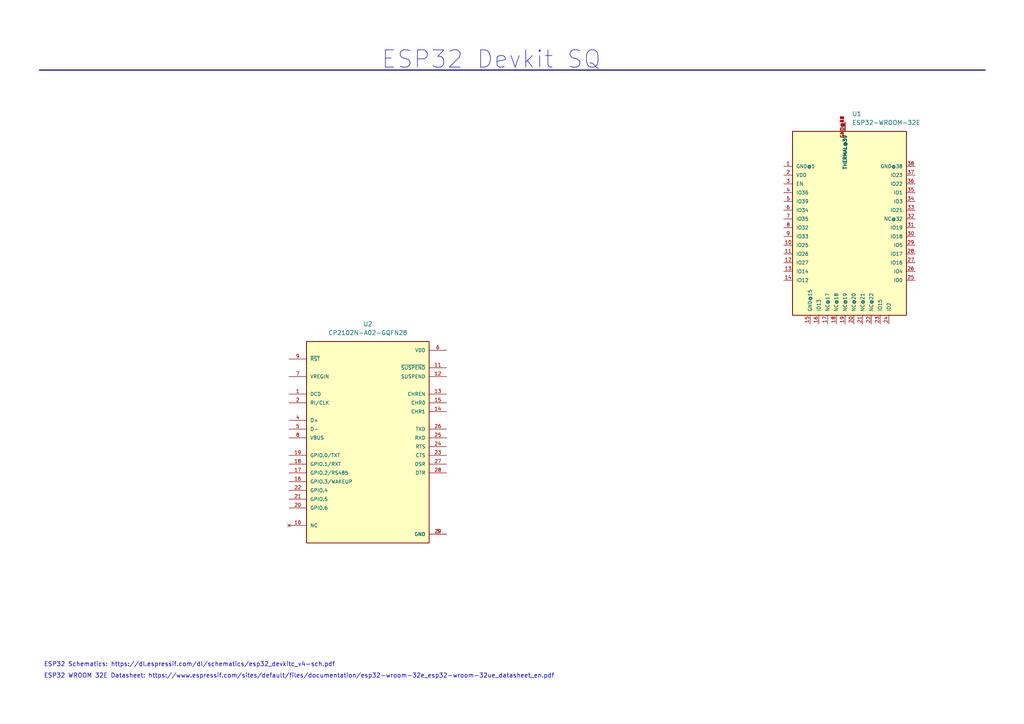
<source format=kicad_sch>
(kicad_sch (version 20230121) (generator eeschema)

  (uuid 0945c184-17a9-4f72-8a59-eb91578e0b77)

  (paper "A4")

  (lib_symbols
    (symbol "CP2102N-A02-GQFN28:CP2102N-A02-GQFN28" (pin_names (offset 1.016)) (in_bom yes) (on_board yes)
      (property "Reference" "U" (at -17.78 33.02 0)
        (effects (font (size 1.27 1.27)) (justify left bottom))
      )
      (property "Value" "CP2102N-A02-GQFN28" (at -17.78 -33.02 0)
        (effects (font (size 1.27 1.27)) (justify left bottom))
      )
      (property "Footprint" "CP2102N-A02-GQFN28:QFN50P500X500X80-29N" (at 0 0 0)
        (effects (font (size 1.27 1.27)) (justify bottom) hide)
      )
      (property "Datasheet" "" (at 0 0 0)
        (effects (font (size 1.27 1.27)) hide)
      )
      (property "MF" "Silicon Labs" (at 0 0 0)
        (effects (font (size 1.27 1.27)) (justify bottom) hide)
      )
      (property "MAXIMUM_PACKAGE_HEIGHT" "0.8 mm" (at 0 0 0)
        (effects (font (size 1.27 1.27)) (justify bottom) hide)
      )
      (property "Package" "WFQFN-28 Silicon Labs" (at 0 0 0)
        (effects (font (size 1.27 1.27)) (justify bottom) hide)
      )
      (property "Price" "None" (at 0 0 0)
        (effects (font (size 1.27 1.27)) (justify bottom) hide)
      )
      (property "Check_prices" "https://www.snapeda.com/parts/CP2102N-A02-GQFN28/Silicon+Labs/view-part/?ref=eda" (at 0 0 0)
        (effects (font (size 1.27 1.27)) (justify bottom) hide)
      )
      (property "STANDARD" "IPC 7351B" (at 0 0 0)
        (effects (font (size 1.27 1.27)) (justify bottom) hide)
      )
      (property "PARTREV" "1.5" (at 0 0 0)
        (effects (font (size 1.27 1.27)) (justify bottom) hide)
      )
      (property "SnapEDA_Link" "https://www.snapeda.com/parts/CP2102N-A02-GQFN28/Silicon+Labs/view-part/?ref=snap" (at 0 0 0)
        (effects (font (size 1.27 1.27)) (justify bottom) hide)
      )
      (property "MP" "CP2102N-A02-GQFN28" (at 0 0 0)
        (effects (font (size 1.27 1.27)) (justify bottom) hide)
      )
      (property "Purchase-URL" "https://www.snapeda.com/api/url_track_click_mouser/?unipart_id=4872321&manufacturer=Silicon Labs&part_name=CP2102N-A02-GQFN28&search_term=cp2102n" (at 0 0 0)
        (effects (font (size 1.27 1.27)) (justify bottom) hide)
      )
      (property "Description" "\nUSB Bridge, USB to UART USB 2.0 UART Interface 28-QFN (5x5)\n" (at 0 0 0)
        (effects (font (size 1.27 1.27)) (justify bottom) hide)
      )
      (property "Availability" "In Stock" (at 0 0 0)
        (effects (font (size 1.27 1.27)) (justify bottom) hide)
      )
      (property "MANUFACTURER" "Silicon Labs" (at 0 0 0)
        (effects (font (size 1.27 1.27)) (justify bottom) hide)
      )
      (symbol "CP2102N-A02-GQFN28_0_0"
        (rectangle (start -17.78 -27.94) (end 17.78 30.48)
          (stroke (width 0.254) (type default))
          (fill (type background))
        )
        (pin input line (at -22.86 15.24 0) (length 5.08)
          (name "DCD" (effects (font (size 1.016 1.016))))
          (number "1" (effects (font (size 1.016 1.016))))
        )
        (pin no_connect line (at -22.86 -22.86 0) (length 5.08)
          (name "NC" (effects (font (size 1.016 1.016))))
          (number "10" (effects (font (size 1.016 1.016))))
        )
        (pin output line (at 22.86 22.86 180) (length 5.08)
          (name "~{SUSPEND}" (effects (font (size 1.016 1.016))))
          (number "11" (effects (font (size 1.016 1.016))))
        )
        (pin output line (at 22.86 20.32 180) (length 5.08)
          (name "SUSPEND" (effects (font (size 1.016 1.016))))
          (number "12" (effects (font (size 1.016 1.016))))
        )
        (pin output line (at 22.86 15.24 180) (length 5.08)
          (name "CHREN" (effects (font (size 1.016 1.016))))
          (number "13" (effects (font (size 1.016 1.016))))
        )
        (pin output line (at 22.86 10.16 180) (length 5.08)
          (name "CHR1" (effects (font (size 1.016 1.016))))
          (number "14" (effects (font (size 1.016 1.016))))
        )
        (pin output line (at 22.86 12.7 180) (length 5.08)
          (name "CHR0" (effects (font (size 1.016 1.016))))
          (number "15" (effects (font (size 1.016 1.016))))
        )
        (pin bidirectional line (at -22.86 -10.16 0) (length 5.08)
          (name "GPIO.3/WAKEUP" (effects (font (size 1.016 1.016))))
          (number "16" (effects (font (size 1.016 1.016))))
        )
        (pin bidirectional line (at -22.86 -7.62 0) (length 5.08)
          (name "GPIO.2/RS485" (effects (font (size 1.016 1.016))))
          (number "17" (effects (font (size 1.016 1.016))))
        )
        (pin bidirectional line (at -22.86 -5.08 0) (length 5.08)
          (name "GPIO.1/RXT" (effects (font (size 1.016 1.016))))
          (number "18" (effects (font (size 1.016 1.016))))
        )
        (pin bidirectional line (at -22.86 -2.54 0) (length 5.08)
          (name "GPIO.0/TXT" (effects (font (size 1.016 1.016))))
          (number "19" (effects (font (size 1.016 1.016))))
        )
        (pin bidirectional line (at -22.86 12.7 0) (length 5.08)
          (name "RI/CLK" (effects (font (size 1.016 1.016))))
          (number "2" (effects (font (size 1.016 1.016))))
        )
        (pin bidirectional line (at -22.86 -17.78 0) (length 5.08)
          (name "GPIO.6" (effects (font (size 1.016 1.016))))
          (number "20" (effects (font (size 1.016 1.016))))
        )
        (pin bidirectional line (at -22.86 -15.24 0) (length 5.08)
          (name "GPIO.5" (effects (font (size 1.016 1.016))))
          (number "21" (effects (font (size 1.016 1.016))))
        )
        (pin bidirectional line (at -22.86 -12.7 0) (length 5.08)
          (name "GPIO.4" (effects (font (size 1.016 1.016))))
          (number "22" (effects (font (size 1.016 1.016))))
        )
        (pin input line (at 22.86 -2.54 180) (length 5.08)
          (name "CTS" (effects (font (size 1.016 1.016))))
          (number "23" (effects (font (size 1.016 1.016))))
        )
        (pin output line (at 22.86 0 180) (length 5.08)
          (name "RTS" (effects (font (size 1.016 1.016))))
          (number "24" (effects (font (size 1.016 1.016))))
        )
        (pin input line (at 22.86 2.54 180) (length 5.08)
          (name "RXD" (effects (font (size 1.016 1.016))))
          (number "25" (effects (font (size 1.016 1.016))))
        )
        (pin output line (at 22.86 5.08 180) (length 5.08)
          (name "TXD" (effects (font (size 1.016 1.016))))
          (number "26" (effects (font (size 1.016 1.016))))
        )
        (pin input line (at 22.86 -5.08 180) (length 5.08)
          (name "DSR" (effects (font (size 1.016 1.016))))
          (number "27" (effects (font (size 1.016 1.016))))
        )
        (pin output line (at 22.86 -7.62 180) (length 5.08)
          (name "DTR" (effects (font (size 1.016 1.016))))
          (number "28" (effects (font (size 1.016 1.016))))
        )
        (pin power_in line (at 22.86 -25.4 180) (length 5.08)
          (name "GND" (effects (font (size 1.016 1.016))))
          (number "29" (effects (font (size 1.016 1.016))))
        )
        (pin power_in line (at 22.86 -25.4 180) (length 5.08)
          (name "GND" (effects (font (size 1.016 1.016))))
          (number "3" (effects (font (size 1.016 1.016))))
        )
        (pin bidirectional line (at -22.86 7.62 0) (length 5.08)
          (name "D+" (effects (font (size 1.016 1.016))))
          (number "4" (effects (font (size 1.016 1.016))))
        )
        (pin bidirectional line (at -22.86 5.08 0) (length 5.08)
          (name "D-" (effects (font (size 1.016 1.016))))
          (number "5" (effects (font (size 1.016 1.016))))
        )
        (pin power_in line (at 22.86 27.94 180) (length 5.08)
          (name "VDD" (effects (font (size 1.016 1.016))))
          (number "6" (effects (font (size 1.016 1.016))))
        )
        (pin input line (at -22.86 20.32 0) (length 5.08)
          (name "VREGIN" (effects (font (size 1.016 1.016))))
          (number "7" (effects (font (size 1.016 1.016))))
        )
        (pin input line (at -22.86 2.54 0) (length 5.08)
          (name "VBUS" (effects (font (size 1.016 1.016))))
          (number "8" (effects (font (size 1.016 1.016))))
        )
        (pin input line (at -22.86 25.4 0) (length 5.08)
          (name "~{RST}" (effects (font (size 1.016 1.016))))
          (number "9" (effects (font (size 1.016 1.016))))
        )
      )
    )
    (symbol "ESP32-WROOM-32E:ESP32-WROOM-32E" (pin_names (offset 1.016)) (in_bom yes) (on_board yes)
      (property "Reference" "U" (at -17.78 30.48 0)
        (effects (font (size 1.27 1.27)) (justify left bottom))
      )
      (property "Value" "ESP32-WROOM-32E" (at -17.78 -38.1 0)
        (effects (font (size 1.27 1.27)) (justify left bottom))
      )
      (property "Footprint" "ESP32-WROOM-32E:ESP32-WROOM-32E" (at 0 0 0)
        (effects (font (size 1.27 1.27)) (justify bottom) hide)
      )
      (property "Datasheet" "" (at 0 0 0)
        (effects (font (size 1.27 1.27)) hide)
      )
      (property "MF" "Espressif Systems" (at 0 0 0)
        (effects (font (size 1.27 1.27)) (justify bottom) hide)
      )
      (property "Description" "\nRX TXRX MOD WIFI TRACE ANT SMD\n" (at 0 0 0)
        (effects (font (size 1.27 1.27)) (justify bottom) hide)
      )
      (property "Package" "SMD-44 Espressif Systems" (at 0 0 0)
        (effects (font (size 1.27 1.27)) (justify bottom) hide)
      )
      (property "Price" "None" (at 0 0 0)
        (effects (font (size 1.27 1.27)) (justify bottom) hide)
      )
      (property "SnapEDA_Link" "https://www.snapeda.com/parts/ESP32-WROOM-32E/Espressif+Systems/view-part/?ref=snap" (at 0 0 0)
        (effects (font (size 1.27 1.27)) (justify bottom) hide)
      )
      (property "MP" "ESP32-WROOM-32E" (at 0 0 0)
        (effects (font (size 1.27 1.27)) (justify bottom) hide)
      )
      (property "Availability" "In Stock" (at 0 0 0)
        (effects (font (size 1.27 1.27)) (justify bottom) hide)
      )
      (property "Check_prices" "https://www.snapeda.com/parts/ESP32-WROOM-32E/Espressif+Systems/view-part/?ref=eda" (at 0 0 0)
        (effects (font (size 1.27 1.27)) (justify bottom) hide)
      )
      (symbol "ESP32-WROOM-32E_0_0"
        (rectangle (start -15.24 -30.48) (end 17.78 22.86)
          (stroke (width 0.254) (type default))
          (fill (type background))
        )
        (pin bidirectional line (at -17.78 12.7 0) (length 2.54)
          (name "GND@1" (effects (font (size 1.016 1.016))))
          (number "1" (effects (font (size 1.016 1.016))))
        )
        (pin bidirectional line (at -17.78 -10.16 0) (length 2.54)
          (name "IO25" (effects (font (size 1.016 1.016))))
          (number "10" (effects (font (size 1.016 1.016))))
        )
        (pin bidirectional line (at -17.78 -12.7 0) (length 2.54)
          (name "IO26" (effects (font (size 1.016 1.016))))
          (number "11" (effects (font (size 1.016 1.016))))
        )
        (pin bidirectional line (at -17.78 -15.24 0) (length 2.54)
          (name "IO27" (effects (font (size 1.016 1.016))))
          (number "12" (effects (font (size 1.016 1.016))))
        )
        (pin bidirectional line (at -17.78 -17.78 0) (length 2.54)
          (name "IO14" (effects (font (size 1.016 1.016))))
          (number "13" (effects (font (size 1.016 1.016))))
        )
        (pin bidirectional line (at -17.78 -20.32 0) (length 2.54)
          (name "IO12" (effects (font (size 1.016 1.016))))
          (number "14" (effects (font (size 1.016 1.016))))
        )
        (pin bidirectional line (at -10.16 -33.02 90) (length 2.54)
          (name "GND@15" (effects (font (size 1.016 1.016))))
          (number "15" (effects (font (size 1.016 1.016))))
        )
        (pin bidirectional line (at -7.62 -33.02 90) (length 2.54)
          (name "IO13" (effects (font (size 1.016 1.016))))
          (number "16" (effects (font (size 1.016 1.016))))
        )
        (pin bidirectional line (at -5.08 -33.02 90) (length 2.54)
          (name "NC@17" (effects (font (size 1.016 1.016))))
          (number "17" (effects (font (size 1.016 1.016))))
        )
        (pin bidirectional line (at -2.54 -33.02 90) (length 2.54)
          (name "NC@18" (effects (font (size 1.016 1.016))))
          (number "18" (effects (font (size 1.016 1.016))))
        )
        (pin bidirectional line (at 0 -33.02 90) (length 2.54)
          (name "NC@19" (effects (font (size 1.016 1.016))))
          (number "19" (effects (font (size 1.016 1.016))))
        )
        (pin bidirectional line (at -17.78 10.16 0) (length 2.54)
          (name "VDD" (effects (font (size 1.016 1.016))))
          (number "2" (effects (font (size 1.016 1.016))))
        )
        (pin bidirectional line (at 2.54 -33.02 90) (length 2.54)
          (name "NC@20" (effects (font (size 1.016 1.016))))
          (number "20" (effects (font (size 1.016 1.016))))
        )
        (pin bidirectional line (at 5.08 -33.02 90) (length 2.54)
          (name "NC@21" (effects (font (size 1.016 1.016))))
          (number "21" (effects (font (size 1.016 1.016))))
        )
        (pin bidirectional line (at 7.62 -33.02 90) (length 2.54)
          (name "NC@22" (effects (font (size 1.016 1.016))))
          (number "22" (effects (font (size 1.016 1.016))))
        )
        (pin bidirectional line (at 10.16 -33.02 90) (length 2.54)
          (name "IO15" (effects (font (size 1.016 1.016))))
          (number "23" (effects (font (size 1.016 1.016))))
        )
        (pin bidirectional line (at 12.7 -33.02 90) (length 2.54)
          (name "IO2" (effects (font (size 1.016 1.016))))
          (number "24" (effects (font (size 1.016 1.016))))
        )
        (pin bidirectional line (at 20.32 -20.32 180) (length 2.54)
          (name "IO0" (effects (font (size 1.016 1.016))))
          (number "25" (effects (font (size 1.016 1.016))))
        )
        (pin bidirectional line (at 20.32 -17.78 180) (length 2.54)
          (name "IO4" (effects (font (size 1.016 1.016))))
          (number "26" (effects (font (size 1.016 1.016))))
        )
        (pin bidirectional line (at 20.32 -15.24 180) (length 2.54)
          (name "IO16" (effects (font (size 1.016 1.016))))
          (number "27" (effects (font (size 1.016 1.016))))
        )
        (pin bidirectional line (at 20.32 -12.7 180) (length 2.54)
          (name "IO17" (effects (font (size 1.016 1.016))))
          (number "28" (effects (font (size 1.016 1.016))))
        )
        (pin bidirectional line (at 20.32 -10.16 180) (length 2.54)
          (name "IO5" (effects (font (size 1.016 1.016))))
          (number "29" (effects (font (size 1.016 1.016))))
        )
        (pin bidirectional line (at -17.78 7.62 0) (length 2.54)
          (name "EN" (effects (font (size 1.016 1.016))))
          (number "3" (effects (font (size 1.016 1.016))))
        )
        (pin bidirectional line (at 20.32 -7.62 180) (length 2.54)
          (name "IO18" (effects (font (size 1.016 1.016))))
          (number "30" (effects (font (size 1.016 1.016))))
        )
        (pin bidirectional line (at 20.32 -5.08 180) (length 2.54)
          (name "IO19" (effects (font (size 1.016 1.016))))
          (number "31" (effects (font (size 1.016 1.016))))
        )
        (pin bidirectional line (at 20.32 -2.54 180) (length 2.54)
          (name "NC@32" (effects (font (size 1.016 1.016))))
          (number "32" (effects (font (size 1.016 1.016))))
        )
        (pin bidirectional line (at 20.32 0 180) (length 2.54)
          (name "IO21" (effects (font (size 1.016 1.016))))
          (number "33" (effects (font (size 1.016 1.016))))
        )
        (pin bidirectional line (at 20.32 2.54 180) (length 2.54)
          (name "IO3" (effects (font (size 1.016 1.016))))
          (number "34" (effects (font (size 1.016 1.016))))
        )
        (pin bidirectional line (at 20.32 5.08 180) (length 2.54)
          (name "IO1" (effects (font (size 1.016 1.016))))
          (number "35" (effects (font (size 1.016 1.016))))
        )
        (pin bidirectional line (at 20.32 7.62 180) (length 2.54)
          (name "IO22" (effects (font (size 1.016 1.016))))
          (number "36" (effects (font (size 1.016 1.016))))
        )
        (pin bidirectional line (at 20.32 10.16 180) (length 2.54)
          (name "IO23" (effects (font (size 1.016 1.016))))
          (number "37" (effects (font (size 1.016 1.016))))
        )
        (pin bidirectional line (at 20.32 12.7 180) (length 2.54)
          (name "GND@38" (effects (font (size 1.016 1.016))))
          (number "38" (effects (font (size 1.016 1.016))))
        )
        (pin bidirectional line (at -17.78 5.08 0) (length 2.54)
          (name "IO36" (effects (font (size 1.016 1.016))))
          (number "4" (effects (font (size 1.016 1.016))))
        )
        (pin bidirectional line (at -17.78 2.54 0) (length 2.54)
          (name "IO39" (effects (font (size 1.016 1.016))))
          (number "5" (effects (font (size 1.016 1.016))))
        )
        (pin bidirectional line (at -17.78 0 0) (length 2.54)
          (name "IO34" (effects (font (size 1.016 1.016))))
          (number "6" (effects (font (size 1.016 1.016))))
        )
        (pin bidirectional line (at -17.78 -2.54 0) (length 2.54)
          (name "IO35" (effects (font (size 1.016 1.016))))
          (number "7" (effects (font (size 1.016 1.016))))
        )
        (pin bidirectional line (at -17.78 -5.08 0) (length 2.54)
          (name "IO32" (effects (font (size 1.016 1.016))))
          (number "8" (effects (font (size 1.016 1.016))))
        )
        (pin bidirectional line (at -17.78 -7.62 0) (length 2.54)
          (name "IO33" (effects (font (size 1.016 1.016))))
          (number "9" (effects (font (size 1.016 1.016))))
        )
        (pin bidirectional line (at 0 25.4 270) (length 2.54)
          (name "THERMAL@39" (effects (font (size 1.016 1.016))))
          (number "GND@39" (effects (font (size 1.016 1.016))))
        )
        (pin bidirectional line (at 0 25.4 270) (length 2.54)
          (name "THERMAL@39" (effects (font (size 1.016 1.016))))
          (number "GND@40" (effects (font (size 1.016 1.016))))
        )
        (pin bidirectional line (at 0 25.4 270) (length 2.54)
          (name "THERMAL@39" (effects (font (size 1.016 1.016))))
          (number "GND@41" (effects (font (size 1.016 1.016))))
        )
        (pin bidirectional line (at 0 25.4 270) (length 2.54)
          (name "THERMAL@39" (effects (font (size 1.016 1.016))))
          (number "GND@42" (effects (font (size 1.016 1.016))))
        )
        (pin bidirectional line (at 0 25.4 270) (length 2.54)
          (name "THERMAL@39" (effects (font (size 1.016 1.016))))
          (number "GND@43" (effects (font (size 1.016 1.016))))
        )
        (pin bidirectional line (at 0 25.4 270) (length 2.54)
          (name "THERMAL@39" (effects (font (size 1.016 1.016))))
          (number "GND@44" (effects (font (size 1.016 1.016))))
        )
        (pin bidirectional line (at 0 25.4 270) (length 2.54)
          (name "THERMAL@39" (effects (font (size 1.016 1.016))))
          (number "GND@45" (effects (font (size 1.016 1.016))))
        )
        (pin bidirectional line (at 0 25.4 270) (length 2.54)
          (name "THERMAL@39" (effects (font (size 1.016 1.016))))
          (number "GND@46" (effects (font (size 1.016 1.016))))
        )
        (pin bidirectional line (at 0 25.4 270) (length 2.54)
          (name "THERMAL@39" (effects (font (size 1.016 1.016))))
          (number "GND@47" (effects (font (size 1.016 1.016))))
        )
      )
    )
  )


  (bus (pts (xy 11.43 20.32) (xy 285.75 20.32))
    (stroke (width 0) (type default))
    (uuid 74baac63-a027-4553-827f-e82b9da2aa86)
  )

  (text "ESP32 WROOM 32E Datasheet: https://www.espressif.com/sites/default/files/documentation/esp32-wroom-32e_esp32-wroom-32ue_datasheet_en.pdf"
    (at 12.7 196.85 0)
    (effects (font (size 1.27 1.27)) (justify left bottom))
    (uuid 5143633b-d02c-4f8e-8081-0e0c1e2fd5ab)
  )
  (text "ESP32 Devkit SQ\n" (at 110.49 20.32 0)
    (effects (font (size 5 5)) (justify left bottom))
    (uuid 97b00cf3-3207-44d9-bc5f-0b9fe159f93d)
  )
  (text "ESP32 Schematics: https://dl.espressif.com/dl/schematics/esp32_devkitc_v4-sch.pdf\n\n"
    (at 12.7 195.58 0)
    (effects (font (size 1.27 1.27)) (justify left bottom))
    (uuid b30f304d-48db-4814-adb0-5664f6f52352)
  )

  (symbol (lib_id "ESP32-WROOM-32E:ESP32-WROOM-32E") (at 245.11 60.96 0) (unit 1)
    (in_bom yes) (on_board yes) (dnp no) (fields_autoplaced)
    (uuid 0de7d41b-c49e-4650-9f57-f5eb802fa82e)
    (property "Reference" "U1" (at 247.1294 33.02 0)
      (effects (font (size 1.27 1.27)) (justify left))
    )
    (property "Value" "ESP32-WROOM-32E" (at 247.1294 35.56 0)
      (effects (font (size 1.27 1.27)) (justify left))
    )
    (property "Footprint" "ESP32-WROOM-32E:ESP32-WROOM-32E" (at 245.11 60.96 0)
      (effects (font (size 1.27 1.27)) (justify bottom) hide)
    )
    (property "Datasheet" "" (at 245.11 60.96 0)
      (effects (font (size 1.27 1.27)) hide)
    )
    (property "MF" "Espressif Systems" (at 245.11 60.96 0)
      (effects (font (size 1.27 1.27)) (justify bottom) hide)
    )
    (property "Description" "\nRX TXRX MOD WIFI TRACE ANT SMD\n" (at 245.11 60.96 0)
      (effects (font (size 1.27 1.27)) (justify bottom) hide)
    )
    (property "Package" "SMD-44 Espressif Systems" (at 245.11 60.96 0)
      (effects (font (size 1.27 1.27)) (justify bottom) hide)
    )
    (property "Price" "None" (at 245.11 60.96 0)
      (effects (font (size 1.27 1.27)) (justify bottom) hide)
    )
    (property "SnapEDA_Link" "https://www.snapeda.com/parts/ESP32-WROOM-32E/Espressif+Systems/view-part/?ref=snap" (at 245.11 60.96 0)
      (effects (font (size 1.27 1.27)) (justify bottom) hide)
    )
    (property "MP" "ESP32-WROOM-32E" (at 245.11 60.96 0)
      (effects (font (size 1.27 1.27)) (justify bottom) hide)
    )
    (property "Availability" "In Stock" (at 245.11 60.96 0)
      (effects (font (size 1.27 1.27)) (justify bottom) hide)
    )
    (property "Check_prices" "https://www.snapeda.com/parts/ESP32-WROOM-32E/Espressif+Systems/view-part/?ref=eda" (at 245.11 60.96 0)
      (effects (font (size 1.27 1.27)) (justify bottom) hide)
    )
    (pin "1" (uuid 8a2d3500-6efa-42de-8ca6-ca65da9f6776))
    (pin "10" (uuid ef3508a0-ca00-49fc-ae10-85c62bb6cd52))
    (pin "11" (uuid e3601bcf-98b4-478a-b9e2-f4ca6020b492))
    (pin "12" (uuid 8fc13b03-f2a9-4cb9-9ff5-f12bbab65c12))
    (pin "13" (uuid c9c2019d-584a-45c8-85d2-bfea3c5b30df))
    (pin "14" (uuid da3afa17-e1f0-433c-b4b2-3e7977bf044f))
    (pin "15" (uuid 5347d036-94f0-49a1-b2a5-b8343237e4b9))
    (pin "16" (uuid 3333f34a-3f10-4486-9afc-506ecbb59484))
    (pin "17" (uuid 0fc96099-89a6-4de8-8829-16f2c4a6113b))
    (pin "18" (uuid eae49b06-542c-4064-865e-1c8b3e89d2fe))
    (pin "19" (uuid 41089f50-b8a3-4a5e-afef-cbe8bad82c5c))
    (pin "2" (uuid d3ec6187-04d3-4bd9-a5e3-f3323d0eca58))
    (pin "20" (uuid d3793f59-00f3-4fc8-afd7-fed146024fab))
    (pin "21" (uuid bf7a91e8-20e3-4c50-8ebc-13122e673242))
    (pin "22" (uuid b7f7aa84-b389-49dd-b416-11c5beafa0eb))
    (pin "23" (uuid 41e8a905-8387-403e-93f3-744aca632937))
    (pin "24" (uuid 2bf9c9bc-d163-437c-90c5-eb06e499c070))
    (pin "25" (uuid e31c8a7c-e564-4e3d-8d0f-8c342c495627))
    (pin "26" (uuid c3b40459-590e-47cd-a2a5-41d91e82192b))
    (pin "27" (uuid 3ba5ce96-9f0c-4710-8660-ab86d02a9d1b))
    (pin "28" (uuid 85817822-1918-4f88-8130-123b75a87ed6))
    (pin "29" (uuid 3ffcae6f-f921-4c82-add8-583ec100dd7a))
    (pin "3" (uuid e726217f-58df-46b5-bfd9-b6b2c9918543))
    (pin "30" (uuid 88131fde-09d4-45a9-9cd2-cc4276da550b))
    (pin "31" (uuid 28cd1b9b-0e08-4ca1-92f9-074175a517d3))
    (pin "32" (uuid 315f72e7-f754-46d0-8bf1-92fa01d576e2))
    (pin "33" (uuid 6f9b5e1e-1b85-4416-b4a4-ab5cd92712cf))
    (pin "34" (uuid 7861c33d-4501-4746-8dbd-00a980413efa))
    (pin "35" (uuid 1c417f8a-cac4-4319-9b3e-6768d12e2ef5))
    (pin "36" (uuid c79dcc7f-159d-443f-9f05-e10f2ea7cdd8))
    (pin "37" (uuid deb53094-6020-4010-858a-361003ea5c5f))
    (pin "38" (uuid 0e7b8b41-ba17-42a6-87b0-f4923b3de0ad))
    (pin "4" (uuid 3d658b62-3c92-49f5-8d72-475a4430bb0e))
    (pin "5" (uuid b7013bc2-f84f-4965-baff-d57ca19f6a7a))
    (pin "6" (uuid 57eb88d0-b708-45f7-a72c-6d1a5f2682bf))
    (pin "7" (uuid ff96f077-bbad-4d7c-86ee-8a9dd617dc3c))
    (pin "8" (uuid 0af3e936-2753-40be-a6da-fc09136bcfd3))
    (pin "9" (uuid 46a98b0d-cc4c-42a4-82df-ce9502a8b550))
    (pin "GND@39" (uuid 70e8ef05-805a-4f27-956f-9b25e578013f))
    (pin "GND@40" (uuid c0919cdf-333a-40fc-9ae8-d5b9b9981056))
    (pin "GND@41" (uuid b4ea05cc-d879-4041-b630-96a6de48ae50))
    (pin "GND@42" (uuid 3ad55c4b-9a64-4b4c-982f-97ebfe76d27b))
    (pin "GND@43" (uuid b4bd32e8-0f1a-4dd5-93ce-550d9c995001))
    (pin "GND@44" (uuid be85d8ef-9865-4216-b54e-49e9e935096e))
    (pin "GND@45" (uuid 913d3537-6eb2-48dc-82e1-b55d885d6f61))
    (pin "GND@46" (uuid 2a85a172-8c3e-4b9a-8679-46238172dc11))
    (pin "GND@47" (uuid 56b74554-e6ac-4d45-b919-0cf1fdbd1179))
    (instances
      (project "ESP32DevkitSQ"
        (path "/0945c184-17a9-4f72-8a59-eb91578e0b77"
          (reference "U1") (unit 1)
        )
      )
    )
  )

  (symbol (lib_id "CP2102N-A02-GQFN28:CP2102N-A02-GQFN28") (at 106.68 129.54 0) (unit 1)
    (in_bom yes) (on_board yes) (dnp no) (fields_autoplaced)
    (uuid 1a2a081f-3c13-4314-8ec8-33de802d8557)
    (property "Reference" "U2" (at 106.68 93.98 0)
      (effects (font (size 1.27 1.27)))
    )
    (property "Value" "CP2102N-A02-GQFN28" (at 106.68 96.52 0)
      (effects (font (size 1.27 1.27)))
    )
    (property "Footprint" "CP2102N-A02-GQFN28:QFN50P500X500X80-29N" (at 106.68 129.54 0)
      (effects (font (size 1.27 1.27)) (justify bottom) hide)
    )
    (property "Datasheet" "" (at 106.68 129.54 0)
      (effects (font (size 1.27 1.27)) hide)
    )
    (property "MF" "Silicon Labs" (at 106.68 129.54 0)
      (effects (font (size 1.27 1.27)) (justify bottom) hide)
    )
    (property "MAXIMUM_PACKAGE_HEIGHT" "0.8 mm" (at 106.68 129.54 0)
      (effects (font (size 1.27 1.27)) (justify bottom) hide)
    )
    (property "Package" "WFQFN-28 Silicon Labs" (at 106.68 129.54 0)
      (effects (font (size 1.27 1.27)) (justify bottom) hide)
    )
    (property "Price" "None" (at 106.68 129.54 0)
      (effects (font (size 1.27 1.27)) (justify bottom) hide)
    )
    (property "Check_prices" "https://www.snapeda.com/parts/CP2102N-A02-GQFN28/Silicon+Labs/view-part/?ref=eda" (at 106.68 129.54 0)
      (effects (font (size 1.27 1.27)) (justify bottom) hide)
    )
    (property "STANDARD" "IPC 7351B" (at 106.68 129.54 0)
      (effects (font (size 1.27 1.27)) (justify bottom) hide)
    )
    (property "PARTREV" "1.5" (at 106.68 129.54 0)
      (effects (font (size 1.27 1.27)) (justify bottom) hide)
    )
    (property "SnapEDA_Link" "https://www.snapeda.com/parts/CP2102N-A02-GQFN28/Silicon+Labs/view-part/?ref=snap" (at 106.68 129.54 0)
      (effects (font (size 1.27 1.27)) (justify bottom) hide)
    )
    (property "MP" "CP2102N-A02-GQFN28" (at 106.68 129.54 0)
      (effects (font (size 1.27 1.27)) (justify bottom) hide)
    )
    (property "Purchase-URL" "https://www.snapeda.com/api/url_track_click_mouser/?unipart_id=4872321&manufacturer=Silicon Labs&part_name=CP2102N-A02-GQFN28&search_term=cp2102n" (at 106.68 129.54 0)
      (effects (font (size 1.27 1.27)) (justify bottom) hide)
    )
    (property "Description" "\nUSB Bridge, USB to UART USB 2.0 UART Interface 28-QFN (5x5)\n" (at 106.68 129.54 0)
      (effects (font (size 1.27 1.27)) (justify bottom) hide)
    )
    (property "Availability" "In Stock" (at 106.68 129.54 0)
      (effects (font (size 1.27 1.27)) (justify bottom) hide)
    )
    (property "MANUFACTURER" "Silicon Labs" (at 106.68 129.54 0)
      (effects (font (size 1.27 1.27)) (justify bottom) hide)
    )
    (pin "1" (uuid 23039a29-7f85-4a42-8344-b20c1649825c))
    (pin "10" (uuid ade0e701-6fb7-4d12-af5b-b5125f46d316))
    (pin "11" (uuid d7433935-66a9-4d3a-b34c-3cccc72d02c3))
    (pin "12" (uuid f7ff544a-b821-4ef6-83a6-76e4024d1959))
    (pin "13" (uuid 7848200d-e38b-4e30-85c1-0bbcdebcd3ed))
    (pin "14" (uuid cf5e66f0-0122-4f1c-9d54-b9b4c77c81c5))
    (pin "15" (uuid 13a1d8c6-eb64-428f-bf49-ecaab11f9573))
    (pin "16" (uuid 655a1629-6bf7-438e-8e6b-a32a2057bb50))
    (pin "17" (uuid c739de95-fe4a-488a-a6bd-b259d0bcd6d1))
    (pin "18" (uuid 80f45103-c869-4d4d-a08b-b788fe774070))
    (pin "19" (uuid ac499ebf-83ab-4654-a1cd-374402d075ab))
    (pin "2" (uuid 6200ef6f-e942-4594-88fd-ab6e67c08480))
    (pin "20" (uuid 0839ac01-191c-4226-b6e3-eb034a75a4a1))
    (pin "21" (uuid 152c0c2b-5d79-433c-8b8a-df66bbe451a5))
    (pin "22" (uuid 66271c1e-f0ca-41cb-8a7f-8d45d9da6b77))
    (pin "23" (uuid 47c48c4e-46d4-4d05-931e-4d9c67aefcf7))
    (pin "24" (uuid afa641d7-4fac-4209-a360-23f48c5b3fdc))
    (pin "25" (uuid f33e2d90-3427-43b9-b699-3bd8c43ba7e1))
    (pin "26" (uuid 3a1112ed-3f4a-4bb6-be3b-f3e6c905ba0e))
    (pin "27" (uuid 5145c681-956e-4959-aec6-a78148d3b660))
    (pin "28" (uuid 3015b6c7-6ce2-4f23-8c24-e2dda4b0e877))
    (pin "29" (uuid 5b6f55b0-29b3-41f2-9d34-8cce0530c1b7))
    (pin "3" (uuid f642db71-dad2-412f-8707-d5612aeade7e))
    (pin "4" (uuid 79cd7775-62e2-4c5e-aa60-be0696486386))
    (pin "5" (uuid 6deb5936-9b06-4c00-9679-466580a94c47))
    (pin "6" (uuid 3fd7bdc5-6509-4d5d-9f5e-f35ab4340309))
    (pin "7" (uuid be3d7489-2e23-4118-ae6b-d0c0352fc5f2))
    (pin "8" (uuid 11b24c9f-ffa8-4990-9423-5d86d888f09c))
    (pin "9" (uuid 533f59e2-7856-4e1e-8b43-02b3e604a381))
    (instances
      (project "ESP32DevkitSQ"
        (path "/0945c184-17a9-4f72-8a59-eb91578e0b77"
          (reference "U2") (unit 1)
        )
      )
    )
  )

  (sheet_instances
    (path "/" (page "1"))
  )
)

</source>
